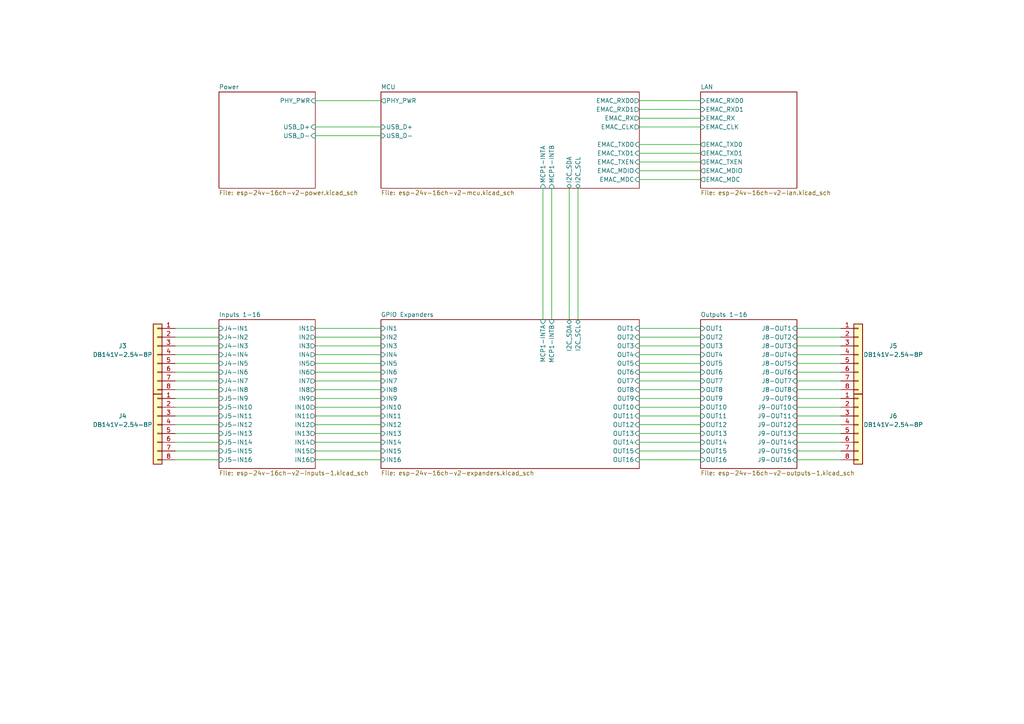
<source format=kicad_sch>
(kicad_sch (version 20230121) (generator eeschema)
  (paper "A4")
  (title_block (title "ESP 16x 24VDC Input 16x 24VDC Output Module") (date "2023-05-05") (rev "V2"))
  (lib_symbols
    (symbol "Connector_Generic:Conn_01x08" (pin_names (offset 1.016) hide)
      (property "Reference" "J" (at 0 10.16 0))
      (property "Value" "Conn_01x08" (at 0 -12.7 0))
      (symbol "Conn_01x08_1_1"
        (rectangle (start -1.27 -10.033) (end 0 -10.287) (stroke (width 0.1524)))
        (rectangle (start -1.27 -7.493) (end 0 -7.747) (stroke (width 0.1524)))
        (rectangle (start -1.27 -4.953) (end 0 -5.207) (stroke (width 0.1524)))
        (rectangle (start -1.27 -2.413) (end 0 -2.667) (stroke (width 0.1524)))
        (rectangle (start -1.27 0.127) (end 0 -0.127) (stroke (width 0.1524)))
        (rectangle (start -1.27 2.667) (end 0 2.413) (stroke (width 0.1524)))
        (rectangle (start -1.27 5.207) (end 0 4.953) (stroke (width 0.1524)))
        (rectangle (start -1.27 7.747) (end 0 7.493) (stroke (width 0.1524)))
        (rectangle (start -1.27 8.89) (end 1.27 -11.43) (stroke (width 0.254)) (fill (type background)))
        (pin passive line (at -5.08 7.62 0) (length 3.81) (name "Pin_1") (number "1"))
        (pin passive line (at -5.08 5.08 0) (length 3.81) (name "Pin_2") (number "2"))
        (pin passive line (at -5.08 2.54 0) (length 3.81) (name "Pin_3") (number "3"))
        (pin passive line (at -5.08 0 0) (length 3.81) (name "Pin_4") (number "4"))
        (pin passive line (at -5.08 -2.54 0) (length 3.81) (name "Pin_5") (number "5"))
        (pin passive line (at -5.08 -5.08 0) (length 3.81) (name "Pin_6") (number "6"))
        (pin passive line (at -5.08 -7.62 0) (length 3.81) (name "Pin_7") (number "7"))
        (pin passive line (at -5.08 -10.16 0) (length 3.81) (name "Pin_8") (number "8"))
      )
    )
  )
  (wire (pts (xy 91.44 133.35) (xy 110.49 133.35)))
  (wire (pts (xy 91.44 36.83) (xy 110.49 36.83)))
  (wire (pts (xy 91.44 115.57) (xy 110.49 115.57)))
  (wire (pts (xy 185.42 41.91) (xy 203.2 41.91)))
  (wire (pts (xy 231.14 100.33) (xy 243.84 100.33)))
  (wire (pts (xy 185.42 52.07) (xy 203.2 52.07)))
  (wire (pts (xy 50.8 97.79) (xy 63.5 97.79)))
  (wire (pts (xy 231.14 133.35) (xy 243.84 133.35)))
  (wire (pts (xy 231.14 110.49) (xy 243.84 110.49)))
  (wire (pts (xy 91.44 29.21) (xy 110.49 29.21)))
  (wire (pts (xy 91.44 123.19) (xy 110.49 123.19)))
  (wire (pts (xy 185.42 34.29) (xy 203.2 34.29)))
  (wire (pts (xy 50.8 128.27) (xy 63.5 128.27)))
  (wire (pts (xy 231.14 95.25) (xy 243.84 95.25)))
  (wire (pts (xy 231.14 130.81) (xy 243.84 130.81)))
  (wire (pts (xy 91.44 120.65) (xy 110.49 120.65)))
  (wire (pts (xy 185.42 100.33) (xy 203.2 100.33)))
  (wire (pts (xy 165.1 54.61) (xy 165.1 92.71)))
  (wire (pts (xy 185.42 123.19) (xy 203.2 123.19)))
  (wire (pts (xy 231.14 102.87) (xy 243.84 102.87)))
  (wire (pts (xy 50.8 107.95) (xy 63.5 107.95)))
  (wire (pts (xy 91.44 118.11) (xy 110.49 118.11)))
  (wire (pts (xy 50.8 133.35) (xy 63.5 133.35)))
  (wire (pts (xy 50.8 113.03) (xy 63.5 113.03)))
  (wire (pts (xy 231.14 128.27) (xy 243.84 128.27)))
  (wire (pts (xy 91.44 105.41) (xy 110.49 105.41)))
  (wire (pts (xy 185.42 31.75) (xy 203.2 31.75)))
  (wire (pts (xy 185.42 97.79) (xy 203.2 97.79)))
  (wire (pts (xy 185.42 44.45) (xy 203.2 44.45)))
  (wire (pts (xy 231.14 123.19) (xy 243.84 123.19)))
  (wire (pts (xy 185.42 102.87) (xy 203.2 102.87)))
  (wire (pts (xy 50.8 115.57) (xy 63.5 115.57)))
  (wire (pts (xy 231.14 125.73) (xy 243.84 125.73)))
  (wire (pts (xy 91.44 130.81) (xy 110.49 130.81)))
  (wire (pts (xy 91.44 125.73) (xy 110.49 125.73)))
  (wire (pts (xy 185.42 113.03) (xy 203.2 113.03)))
  (wire (pts (xy 185.42 110.49) (xy 203.2 110.49)))
  (wire (pts (xy 185.42 107.95) (xy 203.2 107.95)))
  (wire (pts (xy 185.42 105.41) (xy 203.2 105.41)))
  (wire (pts (xy 50.8 102.87) (xy 63.5 102.87)))
  (wire (pts (xy 50.8 105.41) (xy 63.5 105.41)))
  (wire (pts (xy 50.8 130.81) (xy 63.5 130.81)))
  (wire (pts (xy 231.14 113.03) (xy 243.84 113.03)))
  (wire (pts (xy 50.8 100.33) (xy 63.5 100.33)))
  (wire (pts (xy 91.44 95.25) (xy 110.49 95.25)))
  (wire (pts (xy 91.44 102.87) (xy 110.49 102.87)))
  (wire (pts (xy 91.44 100.33) (xy 110.49 100.33)))
  (wire (pts (xy 91.44 107.95) (xy 110.49 107.95)))
  (wire (pts (xy 185.42 95.25) (xy 203.2 95.25)))
  (wire (pts (xy 160.02 54.61) (xy 160.02 92.71)))
  (wire (pts (xy 91.44 110.49) (xy 110.49 110.49)))
  (wire (pts (xy 185.42 49.53) (xy 203.2 49.53)))
  (wire (pts (xy 185.42 118.11) (xy 203.2 118.11)))
  (wire (pts (xy 50.8 125.73) (xy 63.5 125.73)))
  (wire (pts (xy 91.44 39.37) (xy 110.49 39.37)))
  (wire (pts (xy 231.14 107.95) (xy 243.84 107.95)))
  (wire (pts (xy 157.48 54.61) (xy 157.48 92.71)))
  (wire (pts (xy 185.42 130.81) (xy 203.2 130.81)))
  (wire (pts (xy 185.42 46.99) (xy 203.2 46.99)))
  (wire (pts (xy 91.44 128.27) (xy 110.49 128.27)))
  (wire (pts (xy 50.8 95.25) (xy 63.5 95.25)))
  (wire (pts (xy 231.14 118.11) (xy 243.84 118.11)))
  (wire (pts (xy 50.8 123.19) (xy 63.5 123.19)))
  (wire (pts (xy 91.44 97.79) (xy 110.49 97.79)))
  (wire (pts (xy 50.8 118.11) (xy 63.5 118.11)))
  (wire (pts (xy 185.42 120.65) (xy 203.2 120.65)))
  (wire (pts (xy 185.42 133.35) (xy 203.2 133.35)))
  (wire (pts (xy 167.64 54.61) (xy 167.64 92.71)))
  (wire (pts (xy 231.14 120.65) (xy 243.84 120.65)))
  (wire (pts (xy 185.42 125.73) (xy 203.2 125.73)))
  (wire (pts (xy 50.8 120.65) (xy 63.5 120.65)))
  (wire (pts (xy 231.14 105.41) (xy 243.84 105.41)))
  (wire (pts (xy 185.42 128.27) (xy 203.2 128.27)))
  (wire (pts (xy 91.44 113.03) (xy 110.49 113.03)))
  (wire (pts (xy 50.8 110.49) (xy 63.5 110.49)))
  (wire (pts (xy 185.42 36.83) (xy 203.2 36.83)))
  (wire (pts (xy 231.14 115.57) (xy 243.84 115.57)))
  (wire (pts (xy 185.42 29.21) (xy 203.2 29.21)))
  (wire (pts (xy 185.42 115.57) (xy 203.2 115.57)))
  (wire (pts (xy 231.14 97.79) (xy 243.84 97.79)))
  (symbol (lib_id "Connector_Generic:Conn_01x08") (at 248.92 123.19 0) (unit 1)
    (property "Reference" "J6" (at 259.08 120.65 0))
    (property "Value" "DB141V-2.54-8P" (at 259.08 123.19 0))
    (property "Footprint" "Tales:TerminalBlock_Dibo_DB141V-2.54-8P_1x08_P2.54mm_Vertical" (effects hide))
    (property "JLCPCB BOM" "1" (effects hide))
    (property "LCSC Part #" "C2898750" (effects hide))
    (property "Mfr" "DIBO" (effects hide))
    (property "Mfr PN" "DB141V-2.54-8P" (effects hide))
    (property "Vendor" "JLCPCB" (effects hide))
    (property "Vendor PN" "C2898750" (effects hide))
  )
  (symbol (lib_id "Connector_Generic:Conn_01x08") (at 248.92 102.87 0) (unit 1)
    (property "Reference" "J5" (at 259.08 100.33 0))
    (property "Value" "DB141V-2.54-8P" (at 259.08 102.87 0))
    (property "Footprint" "Tales:TerminalBlock_Dibo_DB141V-2.54-8P_1x08_P2.54mm_Vertical" (effects hide))
    (property "JLCPCB BOM" "1" (effects hide))
    (property "LCSC Part #" "C2898750" (effects hide))
    (property "Mfr" "DIBO" (effects hide))
    (property "Mfr PN" "DB141V-2.54-8P" (effects hide))
    (property "Vendor" "JLCPCB" (effects hide))
    (property "Vendor PN" "C2898750" (effects hide))
  )
  (symbol (lib_id "Connector_Generic:Conn_01x08") (at 45.72 123.19 0) (mirror y) (unit 1)
    (property "Reference" "J4" (at 35.56 120.65 0))
    (property "Value" "DB141V-2.54-8P" (at 35.56 123.19 0))
    (property "Footprint" "Tales:TerminalBlock_Dibo_DB141V-2.54-8P_1x08_P2.54mm_Vertical" (effects hide))
    (property "JLCPCB BOM" "1" (effects hide))
    (property "LCSC Part #" "C2898750" (effects hide))
    (property "Mfr" "DIBO" (effects hide))
    (property "Mfr PN" "DB141V-2.54-8P" (effects hide))
    (property "Vendor" "JLCPCB" (effects hide))
    (property "Vendor PN" "C2898750" (effects hide))
  )
  (symbol (lib_id "Connector_Generic:Conn_01x08") (at 45.72 102.87 0) (mirror y) (unit 1)
    (property "Reference" "J3" (at 35.56 100.33 0))
    (property "Value" "DB141V-2.54-8P" (at 35.56 102.87 0))
    (property "Footprint" "Tales:TerminalBlock_Dibo_DB141V-2.54-8P_1x08_P2.54mm_Vertical" (effects hide))
    (property "JLCPCB BOM" "1" (effects hide))
    (property "LCSC Part #" "C2898750" (effects hide))
    (property "Mfr" "DIBO" (effects hide))
    (property "Mfr PN" "DB141V-2.54-8P" (effects hide))
    (property "Vendor" "JLCPCB" (effects hide))
    (property "Vendor PN" "C2898750" (effects hide))
  )
  (sheet (at 203.2 92.71) (size 27.94 43.18) (stroke (width 0.1524))
    (property "Sheetname" "Outputs 1-16" (at 203.2 91.9984 0) (effects (justify left bottom)))
    (property "Sheetfile" "esp-24v-16ch-v2-outputs-1.kicad_sch" (at 203.2 136.4746 0) (effects (justify left top)))
    (pin "OUT5" input (at 203.2 105.41 180))
    (pin "J8-OUT1" input (at 231.14 95.25 0))
    (pin "OUT1" input (at 203.2 95.25 180))
    (pin "OUT6" input (at 203.2 107.95 180))
    (pin "OUT7" input (at 203.2 110.49 180))
    (pin "OUT2" input (at 203.2 97.79 180))
    (pin "J8-OUT3" input (at 231.14 100.33 0))
    (pin "J8-OUT2" input (at 231.14 97.79 0))
    (pin "J8-OUT4" input (at 231.14 102.87 0))
    (pin "OUT4" input (at 203.2 102.87 180))
    (pin "OUT3" input (at 203.2 100.33 180))
    (pin "J8-OUT6" input (at 231.14 107.95 0))
    (pin "J8-OUT7" input (at 231.14 110.49 0))
    (pin "OUT11" input (at 203.2 120.65 180))
    (pin "OUT10" input (at 203.2 118.11 180))
    (pin "OUT9" input (at 203.2 115.57 180))
    (pin "J8-OUT5" input (at 231.14 105.41 0))
    (pin "J8-OUT8" input (at 231.14 113.03 0))
    (pin "OUT12" input (at 203.2 123.19 180))
    (pin "OUT8" input (at 203.2 113.03 180))
    (pin "J9-OUT9" input (at 231.14 115.57 0))
    (pin "J9-OUT10" input (at 231.14 118.11 0))
    (pin "J9-OUT11" input (at 231.14 120.65 0))
    (pin "J9-OUT12" input (at 231.14 123.19 0))
    (pin "OUT13" input (at 203.2 125.73 180))
    (pin "OUT14" input (at 203.2 128.27 180))
    (pin "J9-OUT13" input (at 231.14 125.73 0))
    (pin "J9-OUT14" input (at 231.14 128.27 0))
    (pin "OUT15" input (at 203.2 130.81 180))
    (pin "J9-OUT15" input (at 231.14 130.81 0))
    (pin "OUT16" input (at 203.2 133.35 180))
    (pin "J9-OUT16" input (at 231.14 133.35 0))
  )
  (sheet (at 63.5 26.67) (size 27.94 27.94) (stroke (width 0.1524))
    (property "Sheetname" "Power" (at 63.5 25.9584 0) (effects (justify left bottom)))
    (property "Sheetfile" "esp-24v-16ch-v2-power.kicad_sch" (at 63.5 55.1946 0) (effects (justify left top)))
    (pin "PHY_PWR" input (at 91.44 29.21 0))
    (pin "USB_D+" input (at 91.44 36.83 0))
    (pin "USB_D-" input (at 91.44 39.37 0))
  )
  (sheet (at 63.5 92.71) (size 27.94 43.18) (stroke (width 0.1524))
    (property "Sheetname" "Inputs 1-16" (at 63.5 91.9984 0) (effects (justify left bottom)))
    (property "Sheetfile" "esp-24v-16ch-v2-inputs-1.kicad_sch" (at 63.5 136.4746 0) (effects (justify left top)))
    (pin "IN7" output (at 91.44 110.49 0))
    (pin "IN8" output (at 91.44 113.03 0))
    (pin "IN4" output (at 91.44 102.87 0))
    (pin "IN3" output (at 91.44 100.33 0))
    (pin "IN5" output (at 91.44 105.41 0))
    (pin "IN6" output (at 91.44 107.95 0))
    (pin "IN2" output (at 91.44 97.79 0))
    (pin "IN1" output (at 91.44 95.25 0))
    (pin "IN14" output (at 91.44 128.27 0))
    (pin "IN10" output (at 91.44 118.11 0))
    (pin "IN15" output (at 91.44 130.81 0))
    (pin "IN16" output (at 91.44 133.35 0))
    (pin "IN9" output (at 91.44 115.57 0))
    (pin "IN12" output (at 91.44 123.19 0))
    (pin "IN11" output (at 91.44 120.65 0))
    (pin "IN13" output (at 91.44 125.73 0))
    (pin "J4-IN4" input (at 63.5 102.87 180))
    (pin "J4-IN2" input (at 63.5 97.79 180))
    (pin "J4-IN1" input (at 63.5 95.25 180))
    (pin "J4-IN3" input (at 63.5 100.33 180))
    (pin "J4-IN7" input (at 63.5 110.49 180))
    (pin "J4-IN8" input (at 63.5 113.03 180))
    (pin "J4-IN6" input (at 63.5 107.95 180))
    (pin "J4-IN5" input (at 63.5 105.41 180))
    (pin "J5-IN16" input (at 63.5 133.35 180))
    (pin "J5-IN13" input (at 63.5 125.73 180))
    (pin "J5-IN14" input (at 63.5 128.27 180))
    (pin "J5-IN15" input (at 63.5 130.81 180))
    (pin "J5-IN9" input (at 63.5 115.57 180))
    (pin "J5-IN12" input (at 63.5 123.19 180))
    (pin "J5-IN10" input (at 63.5 118.11 180))
    (pin "J5-IN11" input (at 63.5 120.65 180))
  )
  (sheet (at 110.49 92.71) (size 74.93 43.18) (stroke (width 0.1524))
    (property "Sheetname" "GPIO Expanders" (at 110.49 91.9984 0) (effects (justify left bottom)))
    (property "Sheetfile" "esp-24v-16ch-v2-expanders.kicad_sch" (at 110.49 136.4746 0) (effects (justify left top)))
    (pin "IN8" input (at 110.49 113.03 180))
    (pin "IN6" input (at 110.49 107.95 180))
    (pin "IN5" input (at 110.49 105.41 180))
    (pin "IN7" input (at 110.49 110.49 180))
    (pin "IN4" input (at 110.49 102.87 180))
    (pin "IN2" input (at 110.49 97.79 180))
    (pin "IN3" input (at 110.49 100.33 180))
    (pin "IN1" input (at 110.49 95.25 180))
    (pin "OUT14" input (at 185.42 128.27 0))
    (pin "OUT16" input (at 185.42 133.35 0))
    (pin "OUT15" input (at 185.42 130.81 0))
    (pin "OUT13" input (at 185.42 125.73 0))
    (pin "OUT9" input (at 185.42 115.57 0))
    (pin "OUT10" input (at 185.42 118.11 0))
    (pin "OUT11" input (at 185.42 120.65 0))
    (pin "OUT12" input (at 185.42 123.19 0))
    (pin "IN15" input (at 110.49 130.81 180))
    (pin "IN16" input (at 110.49 133.35 180))
    (pin "IN9" input (at 110.49 115.57 180))
    (pin "IN11" input (at 110.49 120.65 180))
    (pin "IN10" input (at 110.49 118.11 180))
    (pin "IN12" input (at 110.49 123.19 180))
    (pin "IN14" input (at 110.49 128.27 180))
    (pin "IN13" input (at 110.49 125.73 180))
    (pin "OUT4" input (at 185.42 102.87 0))
    (pin "OUT3" input (at 185.42 100.33 0))
    (pin "OUT5" input (at 185.42 105.41 0))
    (pin "OUT7" input (at 185.42 110.49 0))
    (pin "OUT6" input (at 185.42 107.95 0))
    (pin "OUT8" input (at 185.42 113.03 0))
    (pin "OUT2" input (at 185.42 97.79 0))
    (pin "OUT1" input (at 185.42 95.25 0))
    (pin "I2C_SDA" bidirectional (at 165.1 92.71 90))
    (pin "I2C_SCL" bidirectional (at 167.64 92.71 90))
    (pin "MCP1-INTB" input (at 160.02 92.71 90))
    (pin "MCP1-INTA" input (at 157.48 92.71 90))
  )
  (sheet (at 203.2 26.67) (size 27.94 27.94) (stroke (width 0.1524))
    (property "Sheetname" "LAN" (at 203.2 25.9584 0) (effects (justify left bottom)))
    (property "Sheetfile" "esp-24v-16ch-v2-lan.kicad_sch" (at 203.2 55.1946 0) (effects (justify left top)))
    (pin "EMAC_RX" input (at 203.2 34.29 180))
    (pin "EMAC_MDIO" output (at 203.2 49.53 180))
    (pin "EMAC_TXD0" output (at 203.2 41.91 180))
    (pin "EMAC_TXD1" output (at 203.2 44.45 180))
    (pin "EMAC_TXEN" output (at 203.2 46.99 180))
    (pin "EMAC_RXD1" input (at 203.2 31.75 180))
    (pin "EMAC_RXD0" input (at 203.2 29.21 180))
    (pin "EMAC_MDC" output (at 203.2 52.07 180))
    (pin "EMAC_CLK" input (at 203.2 36.83 180))
  )
  (sheet (at 110.49 26.67) (size 74.93 27.94) (stroke (width 0.1524))
    (property "Sheetname" "MCU" (at 110.49 25.9584 0) (effects (justify left bottom)))
    (property "Sheetfile" "esp-24v-16ch-v2-mcu.kicad_sch" (at 110.49 55.1946 0) (effects (justify left top)))
    (pin "PHY_PWR" output (at 110.49 29.21 180))
    (pin "EMAC_MDIO" input (at 185.42 49.53 0))
    (pin "EMAC_TXD0" input (at 185.42 41.91 0))
    (pin "EMAC_CLK" output (at 185.42 36.83 0))
    (pin "EMAC_MDC" input (at 185.42 52.07 0))
    (pin "EMAC_RXD0" output (at 185.42 29.21 0))
    (pin "EMAC_TXEN" input (at 185.42 46.99 0))
    (pin "EMAC_TXD1" input (at 185.42 44.45 0))
    (pin "EMAC_RXD1" output (at 185.42 31.75 0))
    (pin "EMAC_RX" output (at 185.42 34.29 0))
    (pin "I2C_SDA" bidirectional (at 165.1 54.61 270))
    (pin "I2C_SCL" bidirectional (at 167.64 54.61 270))
    (pin "MCP1-INTA" input (at 157.48 54.61 270))
    (pin "MCP1-INTB" input (at 160.02 54.61 270))
    (pin "USB_D+" input (at 110.49 36.83 180))
    (pin "USB_D-" input (at 110.49 39.37 180))
  )
)
</source>
